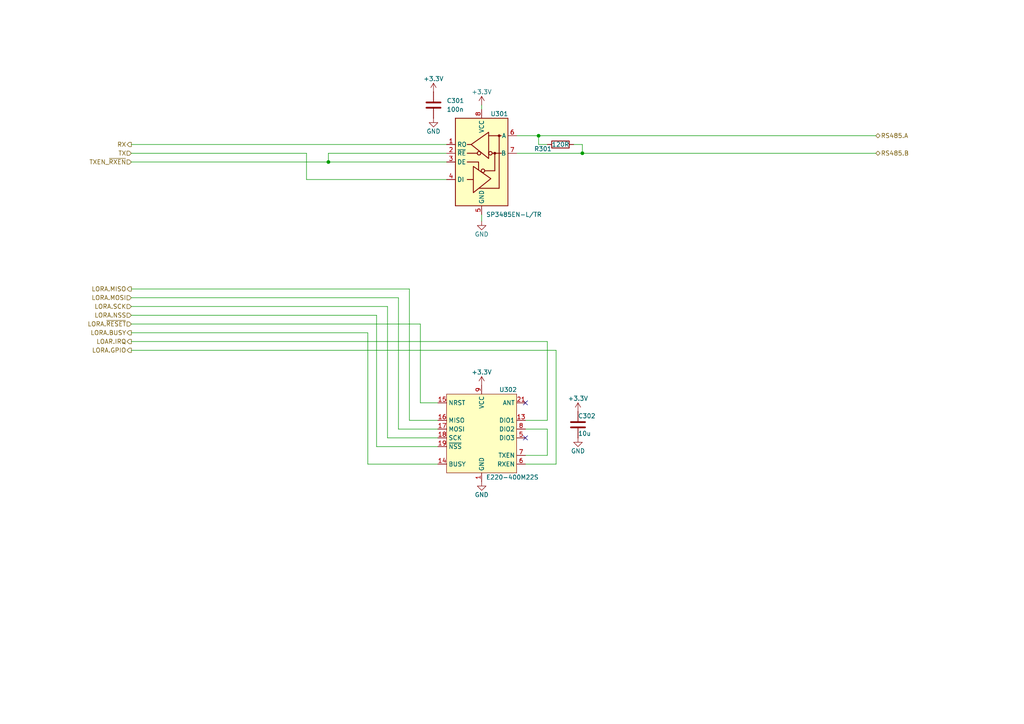
<source format=kicad_sch>
(kicad_sch (version 20231120) (generator "eeschema") (generator_version "8.0")
  (paper "A4")
  (title_block (title "Communication") (date "2025-04-09") (rev "01") (company "Ravenspark") (comment 1 "Prototype"))
  (lib_symbols
    (symbol "Device:C" (pin_numbers hide) (pin_names (offset 0.254))
      (property "Reference" "C" (at 0.635 2.54 0))
      (property "Value" "C" (at 0.635 -2.54 0))
      (symbol "C_0_1"
        (polyline (pts (xy -2.032 -0.762) (xy 2.032 -0.762)) (stroke (width 0.508)))
        (polyline (pts (xy -2.032 0.762) (xy 2.032 0.762)) (stroke (width 0.508)))
      )
      (symbol "C_1_1"
        (pin passive line (at 0 3.81 270) (length 2.794) (name "~") (number "1"))
        (pin passive line (at 0 -3.81 90) (length 2.794) (name "~") (number "2"))
      )
    )
    (symbol "Device:R" (pin_numbers hide) (pin_names (offset 0))
      (property "Reference" "R" (at 2.032 0 90))
      (property "Value" "R" (at 0 0 90))
      (symbol "R_0_1"
        (rectangle (start -1.016 -2.54) (end 1.016 2.54) (stroke (width 0.254)))
      )
      (symbol "R_1_1"
        (pin passive line (at 0 3.81 270) (length 1.27) (name "~") (number "1"))
        (pin passive line (at 0 -3.81 90) (length 1.27) (name "~") (number "2"))
      )
    )
    (symbol "Interface_UART:SP3485EN"
      (property "Reference" "U" (at -7.62 13.97 0))
      (property "Value" "SP3485EN" (at 1.905 13.97 0))
      (symbol "SP3485EN_0_1"
        (rectangle (start -7.62 12.7) (end 7.62 -12.7) (stroke (width 0.254)) (fill (type background)))
        (polyline (pts (xy -4.191 2.54) (xy -1.27 2.54)) (stroke (width 0.254)))
        (polyline (pts (xy -2.54 -5.08) (xy -4.191 -5.08)) (stroke (width 0.254)))
        (polyline (pts (xy -0.635 -7.62) (xy 5.08 -7.62)) (stroke (width 0.254)))
        (polyline (pts (xy 0.889 -2.54) (xy 3.81 -2.54)) (stroke (width 0.254)))
        (polyline (pts (xy 2.032 7.62) (xy 5.715 7.62)) (stroke (width 0.254)))
        (polyline (pts (xy 3.048 2.54) (xy 5.715 2.54)) (stroke (width 0.254)))
        (polyline (pts (xy 3.81 -2.54) (xy 3.81 2.54)) (stroke (width 0.254)))
        (polyline (pts (xy 5.08 -7.62) (xy 5.08 7.62)) (stroke (width 0.254)))
        (polyline (pts (xy -4.191 0) (xy -0.889 0) (xy -0.889 -2.286)) (stroke (width 0.254)))
        (polyline (pts (xy -3.175 5.08) (xy -4.191 5.08) (xy -4.064 5.08)) (stroke (width 0.254)))
        (polyline (pts (xy -2.413 -5.08) (xy -2.413 -1.27) (xy 2.667 -4.826) (xy -2.413 -8.89) (xy -2.413 -5.08)) (stroke (width 0.254)))
        (circle (center 0.381 -2.54) (radius 0.508) (stroke (width 0.254)))
        (circle (center 3.81 2.54) (radius 0.2794) (stroke (width 0.254)) (fill (type outline)))
      )
      (symbol "SP3485EN_1_1"
        (circle (center -0.762 2.54) (radius 0.508) (stroke (width 0.254)))
        (polyline (pts (xy 2.032 4.826) (xy 2.032 8.636) (xy -3.048 5.08) (xy 2.032 1.016) (xy 2.032 4.826)) (stroke (width 0.254)))
        (circle (center 2.54 2.54) (radius 0.508) (stroke (width 0.254)))
        (circle (center 5.08 7.62) (radius 0.2794) (stroke (width 0.254)) (fill (type outline)))
        (pin output line (at -10.16 5.08 0) (length 2.54) (name "RO") (number "1"))
        (pin input line (at -10.16 2.54 0) (length 2.54) (name "~{RE}") (number "2"))
        (pin input line (at -10.16 0 0) (length 2.54) (name "DE") (number "3"))
        (pin input line (at -10.16 -5.08 0) (length 2.54) (name "DI") (number "4"))
        (pin power_in line (at 0 -15.24 90) (length 2.54) (name "GND") (number "5"))
        (pin bidirectional line (at 10.16 7.62 180) (length 2.54) (name "A") (number "6"))
        (pin bidirectional line (at 10.16 2.54 180) (length 2.54) (name "B") (number "7"))
        (pin power_in line (at 0 15.24 270) (length 2.54) (name "VCC") (number "8"))
      )
    )
    (symbol "Ravenspark:E220-400M22S"
      (property "Reference" "U8" (at 2.1941 20.32 0))
      (property "Value" "E220-400M22S" (at 2.1941 17.78 0))
      (symbol "E220-400M22S_0_0"
        (pin power_in line (at 0 -10.16 90) (length 2.54) (name "GND") (number "1"))
        (pin power_in line (at 0 -10.16 90) (length 2.54) hide (name "GND") (number "10"))
        (pin power_in line (at 0 -10.16 90) (length 2.54) hide (name "GND") (number "11"))
        (pin power_in line (at 0 -10.16 90) (length 2.54) hide (name "GND") (number "12"))
        (pin bidirectional line (at 12.7 7.62 180) (length 2.54) (name "DIO1") (number "13"))
        (pin output line (at -12.7 -5.08 0) (length 2.54) (name "BUSY") (number "14"))
        (pin input line (at -12.7 12.7 0) (length 2.54) (name "NRST") (number "15"))
        (pin output line (at -12.7 7.62 0) (length 2.54) (name "MISO") (number "16"))
        (pin input line (at -12.7 5.08 0) (length 2.54) (name "MOSI") (number "17"))
        (pin input line (at -12.7 2.54 0) (length 2.54) (name "SCK") (number "18"))
        (pin power_in line (at 0 -10.16 90) (length 2.54) hide (name "GND") (number "2"))
        (pin power_in line (at 0 -10.16 90) (length 2.54) hide (name "GND") (number "20"))
        (pin passive line (at 12.7 12.7 180) (length 2.54) (name "ANT") (number "21"))
        (pin power_in line (at 0 -10.16 90) (length 2.54) hide (name "GND") (number "22"))
        (pin power_in line (at 0 -10.16 90) (length 2.54) hide (name "GND") (number "3"))
        (pin power_in line (at 0 -10.16 90) (length 2.54) hide (name "GND") (number "4"))
        (pin bidirectional line (at 12.7 2.54 180) (length 2.54) (name "DIO3") (number "5"))
        (pin input line (at 12.7 -5.08 180) (length 2.54) (name "RXEN") (number "6"))
        (pin input line (at 12.7 -2.54 180) (length 2.54) (name "TXEN") (number "7"))
        (pin bidirectional line (at 12.7 5.08 180) (length 2.54) (name "DIO2") (number "8"))
        (pin power_in line (at 0 17.78 270) (length 2.54) (name "VCC") (number "9"))
      )
      (symbol "E220-400M22S_1_0"
        (pin input line (at -12.7 0 0) (length 2.54) (name "~{NSS}") (number "19"))
      )
      (symbol "E220-400M22S_1_1"
        (rectangle (start -10.16 15.24) (end 10.16 -7.62) (fill (type background)))
      )
    )
    (symbol "power:+3.3V" (power) (pin_numbers hide) (pin_names (offset 0) hide)
      (property "Value" "+3.3V" (at 0 3.556 0))
      (symbol "+3.3V_0_1"
        (polyline (pts (xy -0.762 1.27) (xy 0 2.54)))
        (polyline (pts (xy 0 0) (xy 0 2.54)))
        (polyline (pts (xy 0 2.54) (xy 0.762 1.27)))
      )
      (symbol "+3.3V_1_1"
        (pin power_in line (at 0 0 90) (length 0) (name "~") (number "1"))
      )
    )
    (symbol "power:GND" (power) (pin_numbers hide) (pin_names (offset 0) hide)
      (property "Value" "GND" (at 0 -3.81 0))
      (symbol "GND_0_1"
        (polyline (pts (xy 0 0) (xy 0 -1.27) (xy 1.27 -1.27) (xy 0 -2.54) (xy -1.27 -1.27) (xy 0 -1.27)))
      )
      (symbol "GND_1_1"
        (pin power_in line (at 0 0 270) (length 0) (name "~") (number "1"))
      )
    )
  )
  (junction (at 168.91 44.45))
  (junction (at 156.21 39.37))
  (junction (at 95.25 46.99))
  (no_connect (at 152.4 127))
  (no_connect (at 152.4 116.84))
  (wire (pts (xy 166.37 41.91) (xy 168.91 41.91)))
  (wire (pts (xy 95.25 44.45) (xy 129.54 44.45)))
  (wire (pts (xy 38.1 86.36) (xy 115.57 86.36)))
  (wire (pts (xy 127 121.92) (xy 118.745 121.92)))
  (wire (pts (xy 127 116.84) (xy 121.92 116.84)))
  (wire (pts (xy 254 39.37) (xy 156.21 39.37)))
  (wire (pts (xy 161.29 101.6) (xy 161.29 134.62)))
  (wire (pts (xy 38.1 91.44) (xy 109.22 91.44)))
  (wire (pts (xy 109.22 129.54) (xy 127 129.54)))
  (wire (pts (xy 168.91 41.91) (xy 168.91 44.45)))
  (wire (pts (xy 152.4 124.46) (xy 158.75 124.46)))
  (wire (pts (xy 38.1 96.52) (xy 106.68 96.52)))
  (wire (pts (xy 115.57 86.36) (xy 115.57 124.46)))
  (wire (pts (xy 139.7 62.23) (xy 139.7 64.135)))
  (wire (pts (xy 38.1 83.82) (xy 118.745 83.82)))
  (wire (pts (xy 88.9 44.45) (xy 88.9 52.07)))
  (wire (pts (xy 156.21 41.91) (xy 156.21 39.37)))
  (wire (pts (xy 158.75 41.91) (xy 156.21 41.91)))
  (wire (pts (xy 158.75 121.92) (xy 158.75 99.06)))
  (wire (pts (xy 38.1 99.06) (xy 158.75 99.06)))
  (wire (pts (xy 158.75 124.46) (xy 158.75 132.08)))
  (wire (pts (xy 112.395 127) (xy 112.395 88.9)))
  (wire (pts (xy 168.91 44.45) (xy 254 44.45)))
  (wire (pts (xy 95.25 46.99) (xy 129.54 46.99)))
  (wire (pts (xy 38.1 44.45) (xy 88.9 44.45)))
  (wire (pts (xy 38.1 41.91) (xy 129.54 41.91)))
  (wire (pts (xy 38.1 101.6) (xy 161.29 101.6)))
  (wire (pts (xy 139.7 30.48) (xy 139.7 31.75)))
  (wire (pts (xy 109.22 91.44) (xy 109.22 129.54)))
  (wire (pts (xy 156.21 39.37) (xy 149.86 39.37)))
  (wire (pts (xy 38.1 88.9) (xy 112.395 88.9)))
  (wire (pts (xy 168.91 44.45) (xy 149.86 44.45)))
  (wire (pts (xy 106.68 96.52) (xy 106.68 134.62)))
  (wire (pts (xy 106.68 134.62) (xy 127 134.62)))
  (wire (pts (xy 38.1 93.98) (xy 121.92 93.98)))
  (wire (pts (xy 118.745 121.92) (xy 118.745 83.82)))
  (wire (pts (xy 38.1 46.99) (xy 95.25 46.99)))
  (wire (pts (xy 121.92 116.84) (xy 121.92 93.98)))
  (wire (pts (xy 95.25 46.99) (xy 95.25 44.45)))
  (wire (pts (xy 115.57 124.46) (xy 127 124.46)))
  (wire (pts (xy 161.29 134.62) (xy 152.4 134.62)))
  (wire (pts (xy 88.9 52.07) (xy 129.54 52.07)))
  (wire (pts (xy 127 127) (xy 112.395 127)))
  (wire (pts (xy 152.4 121.92) (xy 158.75 121.92)))
  (wire (pts (xy 158.75 132.08) (xy 152.4 132.08)))
  (hierarchical_label "TXEN_~{RXEN}" (shape input) (at 38.1 46.99 180))
  (hierarchical_label "RS485.A" (shape bidirectional) (at 254 39.37 0))
  (hierarchical_label "LORA.BUSY" (shape output) (at 38.1 96.52 180))
  (hierarchical_label "TX" (shape input) (at 38.1 44.45 180))
  (hierarchical_label "LORA.NSS" (shape input) (at 38.1 91.44 180))
  (hierarchical_label "RX" (shape output) (at 38.1 41.91 180))
  (hierarchical_label "LORA.MOSI" (shape input) (at 38.1 86.36 180))
  (hierarchical_label "LORA.GPIO" (shape output) (at 38.1 101.6 180))
  (hierarchical_label "RS485.B" (shape bidirectional) (at 254 44.45 0))
  (hierarchical_label "LORA.SCK" (shape input) (at 38.1 88.9 180))
  (hierarchical_label "LOAR.IRQ" (shape output) (at 38.1 99.06 180))
  (hierarchical_label "LORA.~{RESET}" (shape input) (at 38.1 93.98 180))
  (hierarchical_label "LORA.MISO" (shape output) (at 38.1 83.82 180))
  (symbol (lib_id "Device:C") (at 167.64 123.19 0) (unit 1)
    (property "Reference" "C302" (at 167.64 120.65 0) (effects (justify left)))
    (property "Value" "10u" (at 167.64 125.73 0) (effects (justify left)))
    (property "Footprint" "Capacitor_SMD:C_0603_1608Metric" (effects (hide yes)))
    (property "Description" "Unpolarized capacitor" (effects (hide yes)))
    (property "LCSC Part #" "C19702" (effects (hide yes)))
  )
  (symbol (lib_id "Device:R") (at 162.56 41.91 270) (unit 1)
    (property "Reference" "R301" (at 157.48 43.18 90))
    (property "Value" "120R" (at 162.56 41.91 90))
    (property "Footprint" "Resistor_SMD:R_0805_2012Metric" (effects (hide yes)))
    (property "Description" "Resistor" (effects (hide yes)))
  )
  (symbol (lib_id "Device:C") (at 125.73 30.48 0) (unit 1)
    (property "Reference" "C301" (at 129.54 29.2099 0) (effects (justify left)))
    (property "Value" "100n" (at 129.54 31.7499 0) (effects (justify left)))
    (property "Footprint" "Capacitor_SMD:C_0402_1005Metric" (effects (hide yes)))
    (property "Description" "Unpolarized capacitor" (effects (hide yes)))
    (property "LCSC Part #" "C307331" (effects (hide yes)))
  )
  (symbol (lib_id "power:+3.3V") (at 125.73 26.67 0) (unit 1)
    (property "Reference" "#PWR0301" (effects (hide yes)))
    (property "Value" "+3.3V" (at 125.73 22.86 0))
    (property "Description" "Power symbol creates a global label with name \"+3.3V\"" (effects (hide yes)))
  )
  (symbol (lib_id "power:+3.3V") (at 167.64 119.38 0) (unit 1)
    (property "Reference" "#PWR0307" (effects (hide yes)))
    (property "Value" "+3.3V" (at 167.64 115.57 0))
    (property "Description" "Power symbol creates a global label with name \"+3.3V\"" (effects (hide yes)))
  )
  (symbol (lib_id "Ravenspark:E220-400M22S") (at 139.7 129.54 0) (unit 1)
    (property "Reference" "U302" (at 144.78 113.03 0) (effects (justify left)))
    (property "Value" "E220-400M22S" (at 140.97 138.43 0) (effects (justify left)))
    (property "Footprint" "RVNSPRK_Modules:E220-400M22S" (effects (hide yes)))
    (property "Datasheet" "https://www.cdebyte.com/pdf-down.aspx?id=930&_gl=1*1eopzi2*_up*MQ..*_ga*MTI5OTk2MzQ2MC4xNzI3NzEzMTEx*_ga_YQYYBFPDGW*MTcyNzcxMzExMC4xLjEuMTcyNzcxMzEyMi4wLjAuMjg5MDg2Mjc1*_ga_87PTK0Y2S4*MTcyNzcxMzExMC4xLjEuMTcyNzcxMzEyMy4wLjAuMA.." (effects (hide yes)))
    (property "LCSC Part #" "C2971737" (effects (hide yes)))
  )
  (symbol (lib_id "power:GND") (at 139.7 139.7 0) (unit 1)
    (property "Reference" "#PWR0306" (effects (hide yes)))
    (property "Value" "GND" (at 139.7 143.51 0))
    (property "Description" "Power symbol creates a global label with name \"GND\" , ground" (effects (hide yes)))
  )
  (symbol (lib_id "power:+3.3V") (at 139.7 111.76 0) (unit 1)
    (property "Reference" "#PWR0305" (effects (hide yes)))
    (property "Value" "+3.3V" (at 139.7 107.95 0))
    (property "Description" "Power symbol creates a global label with name \"+3.3V\"" (effects (hide yes)))
  )
  (symbol (lib_id "Interface_UART:SP3485EN") (at 139.7 46.99 0) (unit 1)
    (property "Reference" "U301" (at 142.24 33.02 0) (effects (justify left)))
    (property "Value" "SP3485EN-L/TR" (at 140.97 62.23 0) (effects (justify left)))
    (property "Footprint" "Package_SO:SOIC-8_3.9x4.9mm_P1.27mm" (effects (hide yes)))
    (property "Datasheet" "http://www.icbase.com/pdf/SPX/SPX00480106.pdf" (effects (hide yes)))
    (property "Description" "Industrial 3.3V Low Power Half-Duplex RS-485 Transceiver 10Mbps, SOIC-8" (effects (hide yes)))
    (property "LCSC Part #" "C8963" (effects (hide yes)))
  )
  (symbol (lib_id "power:GND") (at 167.64 127 0) (unit 1)
    (property "Reference" "#PWR0308" (effects (hide yes)))
    (property "Value" "GND" (at 167.64 130.81 0))
    (property "Description" "Power symbol creates a global label with name \"GND\" , ground" (effects (hide yes)))
  )
  (symbol (lib_id "power:GND") (at 139.7 64.135 0) (unit 1)
    (property "Reference" "#PWR0304" (effects (hide yes)))
    (property "Value" "GND" (at 139.7 67.945 0))
    (property "Description" "Power symbol creates a global label with name \"GND\" , ground" (effects (hide yes)))
  )
  (symbol (lib_id "power:GND") (at 125.73 34.29 0) (unit 1)
    (property "Reference" "#PWR0303" (effects (hide yes)))
    (property "Value" "GND" (at 125.73 38.1 0))
    (property "Description" "Power symbol creates a global label with name \"GND\" , ground" (effects (hide yes)))
  )
  (symbol (lib_id "power:+3.3V") (at 139.7 30.48 0) (unit 1)
    (property "Reference" "#PWR0302" (effects (hide yes)))
    (property "Value" "+3.3V" (at 139.7 26.67 0))
    (property "Description" "Power symbol creates a global label with name \"+3.3V\"" (effects (hide yes)))
  )
)
</source>
